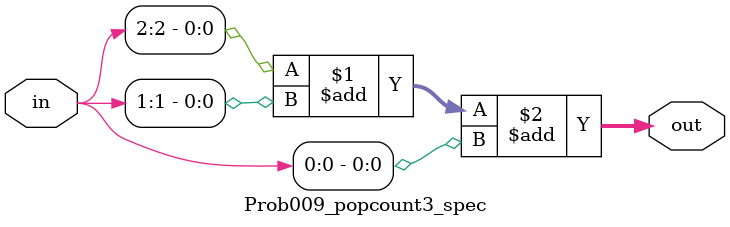
<source format=v>
module Prob009_popcount3_spec(input [2:0] in, output [1:0] out);
    assign out = in[2] + in[1] + in[0]; // sum of bits
endmodule

</source>
